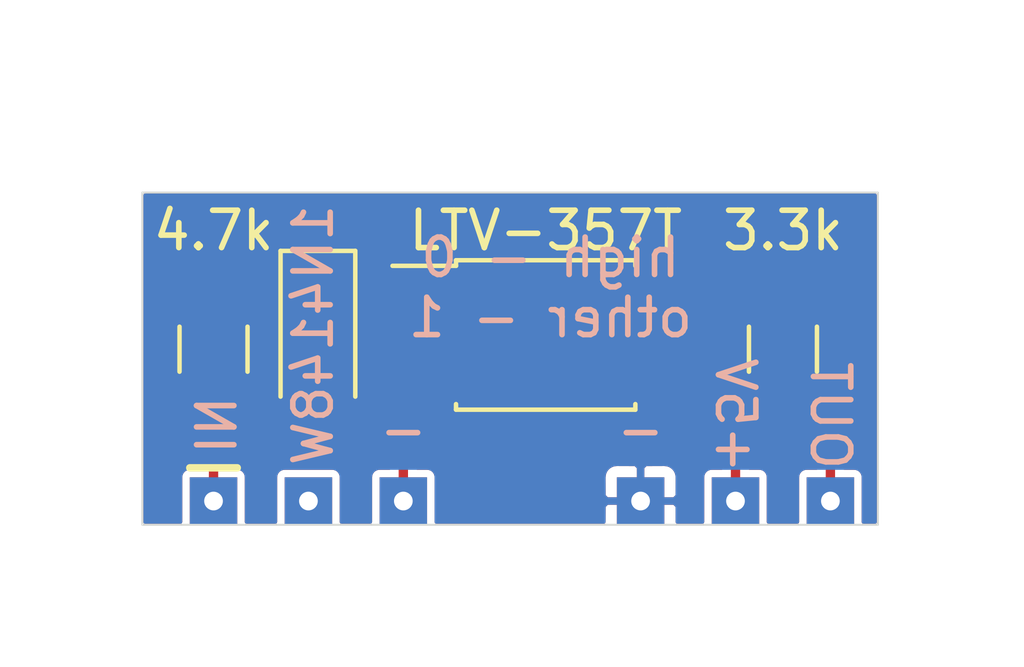
<source format=kicad_pcb>
(kicad_pcb (version 20171130) (host pcbnew 5.1.5+dfsg1-2build2)

  (general
    (thickness 0.8)
    (drawings 12)
    (tracks 22)
    (zones 0)
    (modules 5)
    (nets 8)
  )

  (page A4)
  (layers
    (0 F.Cu signal)
    (31 B.Cu signal)
    (32 B.Adhes user)
    (33 F.Adhes user)
    (34 B.Paste user)
    (35 F.Paste user)
    (36 B.SilkS user)
    (37 F.SilkS user)
    (38 B.Mask user)
    (39 F.Mask user)
    (40 Dwgs.User user)
    (41 Cmts.User user)
    (42 Eco1.User user)
    (43 Eco2.User user)
    (44 Edge.Cuts user)
    (45 Margin user)
    (46 B.CrtYd user)
    (47 F.CrtYd user)
    (48 B.Fab user)
    (49 F.Fab user)
  )

  (setup
    (last_trace_width 0.25)
    (user_trace_width 0.3)
    (trace_clearance 0.2)
    (zone_clearance 0)
    (zone_45_only no)
    (trace_min 0.2)
    (via_size 0.6)
    (via_drill 0.3)
    (via_min_size 0.4)
    (via_min_drill 0.3)
    (user_via 0.6 0.3)
    (uvia_size 0.3)
    (uvia_drill 0.1)
    (uvias_allowed no)
    (uvia_min_size 0.2)
    (uvia_min_drill 0.1)
    (edge_width 0.05)
    (segment_width 0.2)
    (pcb_text_width 0.3)
    (pcb_text_size 1.5 1.5)
    (mod_edge_width 0.12)
    (mod_text_size 1 1)
    (mod_text_width 0.15)
    (pad_size 1.524 1.524)
    (pad_drill 0.762)
    (pad_to_mask_clearance 0.051)
    (solder_mask_min_width 0.25)
    (aux_axis_origin 0 0)
    (visible_elements FFFFFF7F)
    (pcbplotparams
      (layerselection 0x010fc_ffffffff)
      (usegerberextensions false)
      (usegerberattributes false)
      (usegerberadvancedattributes false)
      (creategerberjobfile false)
      (excludeedgelayer true)
      (linewidth 0.100000)
      (plotframeref false)
      (viasonmask false)
      (mode 1)
      (useauxorigin false)
      (hpglpennumber 1)
      (hpglpenspeed 20)
      (hpglpendiameter 15.000000)
      (psnegative false)
      (psa4output false)
      (plotreference true)
      (plotvalue true)
      (plotinvisibletext false)
      (padsonsilk false)
      (subtractmaskfromsilk false)
      (outputformat 1)
      (mirror false)
      (drillshape 0)
      (scaleselection 1)
      (outputdirectory "gerber/"))
  )

  (net 0 "")
  (net 1 OUT)
  (net 2 +5V)
  (net 3 GND)
  (net 4 VINM)
  (net 5 "Net-(J1-Pad2)")
  (net 6 IN)
  (net 7 "Net-(D1-Pad1)")

  (net_class Default "This is the default net class."
    (clearance 0.2)
    (trace_width 0.25)
    (via_dia 0.6)
    (via_drill 0.3)
    (uvia_dia 0.3)
    (uvia_drill 0.1)
    (add_net +5V)
    (add_net GND)
    (add_net IN)
    (add_net "Net-(D1-Pad1)")
    (add_net "Net-(J1-Pad2)")
    (add_net OUT)
    (add_net VINM)
  )

  (module Diode_SMD:D_SOD-123 (layer F.Cu) (tedit 58645DC7) (tstamp 63A8640F)
    (at 131.064 106.68 270)
    (descr SOD-123)
    (tags SOD-123)
    (path /63A8696C)
    (attr smd)
    (fp_text reference D1 (at 0 -2 90) (layer F.SilkS) hide
      (effects (font (size 1 1) (thickness 0.15)))
    )
    (fp_text value 1N4148W (at 0 0.127 90) (layer B.SilkS)
      (effects (font (size 1 1) (thickness 0.15)) (justify mirror))
    )
    (fp_line (start -2.25 -1) (end 1.65 -1) (layer F.SilkS) (width 0.12))
    (fp_line (start -2.25 1) (end 1.65 1) (layer F.SilkS) (width 0.12))
    (fp_line (start -2.35 -1.15) (end -2.35 1.15) (layer F.CrtYd) (width 0.05))
    (fp_line (start 2.35 1.15) (end -2.35 1.15) (layer F.CrtYd) (width 0.05))
    (fp_line (start 2.35 -1.15) (end 2.35 1.15) (layer F.CrtYd) (width 0.05))
    (fp_line (start -2.35 -1.15) (end 2.35 -1.15) (layer F.CrtYd) (width 0.05))
    (fp_line (start -1.4 -0.9) (end 1.4 -0.9) (layer F.Fab) (width 0.1))
    (fp_line (start 1.4 -0.9) (end 1.4 0.9) (layer F.Fab) (width 0.1))
    (fp_line (start 1.4 0.9) (end -1.4 0.9) (layer F.Fab) (width 0.1))
    (fp_line (start -1.4 0.9) (end -1.4 -0.9) (layer F.Fab) (width 0.1))
    (fp_line (start -0.75 0) (end -0.35 0) (layer F.Fab) (width 0.1))
    (fp_line (start -0.35 0) (end -0.35 -0.55) (layer F.Fab) (width 0.1))
    (fp_line (start -0.35 0) (end -0.35 0.55) (layer F.Fab) (width 0.1))
    (fp_line (start -0.35 0) (end 0.25 -0.4) (layer F.Fab) (width 0.1))
    (fp_line (start 0.25 -0.4) (end 0.25 0.4) (layer F.Fab) (width 0.1))
    (fp_line (start 0.25 0.4) (end -0.35 0) (layer F.Fab) (width 0.1))
    (fp_line (start 0.25 0) (end 0.75 0) (layer F.Fab) (width 0.1))
    (fp_line (start -2.25 -1) (end -2.25 1) (layer F.SilkS) (width 0.12))
    (fp_text user %R (at 0 -2 90) (layer F.Fab) hide
      (effects (font (size 1 1) (thickness 0.15)))
    )
    (pad 2 smd rect (at 1.65 0 270) (size 0.9 1.2) (layers F.Cu F.Paste F.Mask)
      (net 4 VINM))
    (pad 1 smd rect (at -1.65 0 270) (size 0.9 1.2) (layers F.Cu F.Paste F.Mask)
      (net 7 "Net-(D1-Pad1)"))
    (model ${KISYS3DMOD}/Diode_SMD.3dshapes/D_SOD-123.wrl
      (at (xyz 0 0 0))
      (scale (xyz 1 1 1))
      (rotate (xyz 0 0 0))
    )
  )

  (module plc88:dio_channel_im (layer F.Cu) (tedit 6397394E) (tstamp 63A85C10)
    (at 135.255 108.585)
    (path /63A85DFF)
    (fp_text reference J1 (at 0 0.5) (layer F.SilkS) hide
      (effects (font (size 1 1) (thickness 0.15)))
    )
    (fp_text value dio_channel_i (at 0 -0.5) (layer F.Fab) hide
      (effects (font (size 1 1) (thickness 0.15)))
    )
    (fp_line (start -7.62 1.651) (end -6.35 1.651) (layer F.SilkS) (width 0.2))
    (fp_line (start -8.255 1.905) (end 10.795 1.905) (layer F.CrtYd) (width 0.12))
    (fp_line (start -8.255 3.175) (end -8.255 1.905) (layer F.CrtYd) (width 0.12))
    (fp_line (start 10.795 3.175) (end -8.255 3.175) (layer F.CrtYd) (width 0.12))
    (fp_line (start 10.795 1.905) (end 10.795 3.175) (layer F.CrtYd) (width 0.12))
    (pad 4 thru_hole rect (at 4.445 2.54) (size 1.27 1.27) (drill 0.5) (layers *.Cu *.Mask)
      (net 3 GND))
    (pad 6 thru_hole rect (at 9.525 2.54) (size 1.27 1.27) (drill 0.5) (layers *.Cu *.Mask)
      (net 1 OUT))
    (pad 5 thru_hole rect (at 6.985 2.54) (size 1.27 1.27) (drill 0.5) (layers *.Cu *.Mask)
      (net 2 +5V))
    (pad 3 thru_hole rect (at -1.905 2.54) (size 1.27 1.27) (drill 0.5) (layers *.Cu *.Mask)
      (net 4 VINM))
    (pad 2 thru_hole rect (at -4.445 2.54) (size 1.27 1.27) (drill 0.5) (layers *.Cu *.Mask)
      (net 5 "Net-(J1-Pad2)"))
    (pad 1 thru_hole rect (at -6.985 2.54) (size 1.27 1.27) (drill 0.5) (layers *.Cu *.Mask)
      (net 6 IN))
  )

  (module Package_SO:SO-4_4.4x3.6mm_P2.54mm (layer F.Cu) (tedit 5B1E4C51) (tstamp 6380CA20)
    (at 137.16 106.68)
    (descr "4-Lead Plastic Small Outline (SO), see https://www.elpro.org/de/index.php?controller=attachment&id_attachment=339")
    (tags "SO SOIC 2.54")
    (path /63806ECC)
    (attr smd)
    (fp_text reference U1 (at 0 -2.7) (layer F.SilkS) hide
      (effects (font (size 1 1) (thickness 0.15)))
    )
    (fp_text value LTV-357T (at 0 -2.794) (layer F.SilkS)
      (effects (font (size 1 1) (thickness 0.15)))
    )
    (fp_line (start 4.4 2.05) (end -4.4 2.05) (layer F.CrtYd) (width 0.05))
    (fp_line (start 4.4 2.05) (end 4.4 -2.05) (layer F.CrtYd) (width 0.05))
    (fp_line (start -4.4 -2.05) (end -4.4 2.05) (layer F.CrtYd) (width 0.05))
    (fp_line (start -4.4 -2.05) (end 4.4 -2.05) (layer F.CrtYd) (width 0.05))
    (fp_line (start -1.4 -1.8) (end 2.2 -1.8) (layer F.Fab) (width 0.12))
    (fp_line (start -2.2 -1) (end -1.4 -1.8) (layer F.Fab) (width 0.12))
    (fp_line (start -2.2 1.8) (end -2.2 -1) (layer F.Fab) (width 0.12))
    (fp_line (start 2.2 1.8) (end -2.2 1.8) (layer F.Fab) (width 0.12))
    (fp_line (start 2.2 -1.8) (end 2.2 1.8) (layer F.Fab) (width 0.12))
    (fp_line (start 2.4 -2) (end 2.4 -1.85) (layer F.SilkS) (width 0.12))
    (fp_line (start -2.4 -2) (end 2.4 -2) (layer F.SilkS) (width 0.12))
    (fp_line (start -2.4 -1.85) (end -2.4 -2) (layer F.SilkS) (width 0.12))
    (fp_line (start -2.4 2) (end -2.4 1.85) (layer F.SilkS) (width 0.12))
    (fp_line (start 2.4 2) (end -2.4 2) (layer F.SilkS) (width 0.12))
    (fp_line (start 2.4 1.85) (end 2.4 2) (layer F.SilkS) (width 0.12))
    (fp_text user %R (at 0 -0.065) (layer F.Fab) hide
      (effects (font (size 1 1) (thickness 0.15)))
    )
    (fp_line (start -2.4 -1.85) (end -4.1 -1.85) (layer F.SilkS) (width 0.12))
    (pad 4 smd rect (at 3.15 -1.27) (size 2 0.64) (layers F.Cu F.Paste F.Mask)
      (net 1 OUT))
    (pad 3 smd rect (at 3.15 1.27) (size 2 0.64) (layers F.Cu F.Paste F.Mask)
      (net 3 GND))
    (pad 2 smd rect (at -3.15 1.27) (size 2 0.64) (layers F.Cu F.Paste F.Mask)
      (net 4 VINM))
    (pad 1 smd rect (at -3.15 -1.27) (size 2 0.64) (layers F.Cu F.Paste F.Mask)
      (net 7 "Net-(D1-Pad1)"))
    (model ${KISYS3DMOD}/Package_SO.3dshapes/SO-4_4.4x3.6mm_P2.54mm.wrl
      (at (xyz 0 0 0))
      (scale (xyz 1 1 1))
      (rotate (xyz 0 0 0))
    )
  )

  (module Resistor_SMD:R_1206_3216Metric (layer F.Cu) (tedit 5B301BBD) (tstamp 6380CA07)
    (at 143.51 107.061 90)
    (descr "Resistor SMD 1206 (3216 Metric), square (rectangular) end terminal, IPC_7351 nominal, (Body size source: http://www.tortai-tech.com/upload/download/2011102023233369053.pdf), generated with kicad-footprint-generator")
    (tags resistor)
    (path /63807CE8)
    (attr smd)
    (fp_text reference R2 (at 0 -1.82 90) (layer F.SilkS) hide
      (effects (font (size 1 1) (thickness 0.15)))
    )
    (fp_text value 3.3k (at 3.175 0) (layer F.SilkS)
      (effects (font (size 1 1) (thickness 0.15)))
    )
    (fp_text user %R (at 0 0 90) (layer F.Fab) hide
      (effects (font (size 0.8 0.8) (thickness 0.12)))
    )
    (fp_line (start 2.28 1.12) (end -2.28 1.12) (layer F.CrtYd) (width 0.05))
    (fp_line (start 2.28 -1.12) (end 2.28 1.12) (layer F.CrtYd) (width 0.05))
    (fp_line (start -2.28 -1.12) (end 2.28 -1.12) (layer F.CrtYd) (width 0.05))
    (fp_line (start -2.28 1.12) (end -2.28 -1.12) (layer F.CrtYd) (width 0.05))
    (fp_line (start -0.602064 0.91) (end 0.602064 0.91) (layer F.SilkS) (width 0.12))
    (fp_line (start -0.602064 -0.91) (end 0.602064 -0.91) (layer F.SilkS) (width 0.12))
    (fp_line (start 1.6 0.8) (end -1.6 0.8) (layer F.Fab) (width 0.1))
    (fp_line (start 1.6 -0.8) (end 1.6 0.8) (layer F.Fab) (width 0.1))
    (fp_line (start -1.6 -0.8) (end 1.6 -0.8) (layer F.Fab) (width 0.1))
    (fp_line (start -1.6 0.8) (end -1.6 -0.8) (layer F.Fab) (width 0.1))
    (pad 2 smd roundrect (at 1.4 0 90) (size 1.25 1.75) (layers F.Cu F.Paste F.Mask) (roundrect_rratio 0.2)
      (net 1 OUT))
    (pad 1 smd roundrect (at -1.4 0 90) (size 1.25 1.75) (layers F.Cu F.Paste F.Mask) (roundrect_rratio 0.2)
      (net 2 +5V))
    (model ${KISYS3DMOD}/Resistor_SMD.3dshapes/R_1206_3216Metric.wrl
      (at (xyz 0 0 0))
      (scale (xyz 1 1 1))
      (rotate (xyz 0 0 0))
    )
  )

  (module Resistor_SMD:R_1206_3216Metric (layer F.Cu) (tedit 5B301BBD) (tstamp 6380C9F6)
    (at 128.27 107.061 270)
    (descr "Resistor SMD 1206 (3216 Metric), square (rectangular) end terminal, IPC_7351 nominal, (Body size source: http://www.tortai-tech.com/upload/download/2011102023233369053.pdf), generated with kicad-footprint-generator")
    (tags resistor)
    (path /6380775F)
    (attr smd)
    (fp_text reference R1 (at 0 -1.82 90) (layer F.SilkS) hide
      (effects (font (size 1 1) (thickness 0.15)))
    )
    (fp_text value 4.7k (at -3.175 0 180) (layer F.SilkS)
      (effects (font (size 1 1) (thickness 0.15)))
    )
    (fp_text user %R (at 0 0 90) (layer F.Fab) hide
      (effects (font (size 0.8 0.8) (thickness 0.12)))
    )
    (fp_line (start 2.28 1.12) (end -2.28 1.12) (layer F.CrtYd) (width 0.05))
    (fp_line (start 2.28 -1.12) (end 2.28 1.12) (layer F.CrtYd) (width 0.05))
    (fp_line (start -2.28 -1.12) (end 2.28 -1.12) (layer F.CrtYd) (width 0.05))
    (fp_line (start -2.28 1.12) (end -2.28 -1.12) (layer F.CrtYd) (width 0.05))
    (fp_line (start -0.602064 0.91) (end 0.602064 0.91) (layer F.SilkS) (width 0.12))
    (fp_line (start -0.602064 -0.91) (end 0.602064 -0.91) (layer F.SilkS) (width 0.12))
    (fp_line (start 1.6 0.8) (end -1.6 0.8) (layer F.Fab) (width 0.1))
    (fp_line (start 1.6 -0.8) (end 1.6 0.8) (layer F.Fab) (width 0.1))
    (fp_line (start -1.6 -0.8) (end 1.6 -0.8) (layer F.Fab) (width 0.1))
    (fp_line (start -1.6 0.8) (end -1.6 -0.8) (layer F.Fab) (width 0.1))
    (pad 2 smd roundrect (at 1.4 0 270) (size 1.25 1.75) (layers F.Cu F.Paste F.Mask) (roundrect_rratio 0.2)
      (net 6 IN))
    (pad 1 smd roundrect (at -1.4 0 270) (size 1.25 1.75) (layers F.Cu F.Paste F.Mask) (roundrect_rratio 0.2)
      (net 7 "Net-(D1-Pad1)"))
    (model ${KISYS3DMOD}/Resistor_SMD.3dshapes/R_1206_3216Metric.wrl
      (at (xyz 0 0 0))
      (scale (xyz 1 1 1))
      (rotate (xyz 0 0 0))
    )
  )

  (gr_line (start 126.365 102.87) (end 146.05 102.87) (layer Edge.Cuts) (width 0.05))
  (gr_text IN (at 128.27 109.093 270) (layer B.SilkS)
    (effects (font (size 1 1) (thickness 0.15)) (justify mirror))
  )
  (gr_text - (at 133.35 109.22) (layer B.SilkS)
    (effects (font (size 1 1) (thickness 0.15)) (justify mirror))
  )
  (gr_text - (at 139.7 109.22) (layer B.SilkS)
    (effects (font (size 1 1) (thickness 0.15)) (justify mirror))
  )
  (gr_text +5V (at 142.24 108.839 270) (layer B.SilkS)
    (effects (font (size 1 1) (thickness 0.15)) (justify mirror))
  )
  (gr_text OUT (at 144.78 108.839 270) (layer B.SilkS)
    (effects (font (size 1 1) (thickness 0.15)) (justify mirror))
  )
  (gr_text "high - 0\nother - 1" (at 137.287 105.41) (layer B.SilkS)
    (effects (font (size 1 1) (thickness 0.15)) (justify mirror))
  )
  (dimension 13.97 (width 0.15) (layer F.Fab)
    (gr_text "13,970 mm" (at 148.62 104.775 90) (layer F.Fab)
      (effects (font (size 1 1) (thickness 0.15)))
    )
    (feature1 (pts (xy 144.78 97.79) (xy 147.906421 97.79)))
    (feature2 (pts (xy 144.78 111.76) (xy 147.906421 111.76)))
    (crossbar (pts (xy 147.32 111.76) (xy 147.32 97.79)))
    (arrow1a (pts (xy 147.32 97.79) (xy 147.906421 98.916504)))
    (arrow1b (pts (xy 147.32 97.79) (xy 146.733579 98.916504)))
    (arrow2a (pts (xy 147.32 111.76) (xy 147.906421 110.633496)))
    (arrow2b (pts (xy 147.32 111.76) (xy 146.733579 110.633496)))
  )
  (dimension 19.685 (width 0.15) (layer F.Fab)
    (gr_text "19,685 mm" (at 136.2075 116.235) (layer F.Fab)
      (effects (font (size 1 1) (thickness 0.15)))
    )
    (feature1 (pts (xy 146.05 112.395) (xy 146.05 115.521421)))
    (feature2 (pts (xy 126.365 112.395) (xy 126.365 115.521421)))
    (crossbar (pts (xy 126.365 114.935) (xy 146.05 114.935)))
    (arrow1a (pts (xy 146.05 114.935) (xy 144.923496 115.521421)))
    (arrow1b (pts (xy 146.05 114.935) (xy 144.923496 114.348579)))
    (arrow2a (pts (xy 126.365 114.935) (xy 127.491504 115.521421)))
    (arrow2b (pts (xy 126.365 114.935) (xy 127.491504 114.348579)))
  )
  (gr_line (start 146.05 102.87) (end 146.05 111.76) (layer Edge.Cuts) (width 0.05) (tstamp 6380CD58))
  (gr_line (start 126.365 111.76) (end 126.365 102.87) (layer Edge.Cuts) (width 0.05))
  (gr_line (start 146.05 111.76) (end 126.365 111.76) (layer Edge.Cuts) (width 0.05))

  (segment (start 144.78 111.125) (end 144.78 109.982) (width 0.25) (layer F.Cu) (net 1))
  (segment (start 144.78 109.982) (end 145.288 109.22) (width 0.25) (layer F.Cu) (net 1))
  (segment (start 145.288 109.22) (end 145.288 105.664) (width 0.25) (layer F.Cu) (net 1))
  (segment (start 145.288 105.664) (end 143.51 105.661) (width 0.25) (layer F.Cu) (net 1))
  (segment (start 140.31 105.41) (end 141.605 105.41) (width 0.25) (layer F.Cu) (net 1))
  (segment (start 141.605 105.41) (end 142.367 105.664) (width 0.25) (layer F.Cu) (net 1))
  (segment (start 142.367 105.664) (end 143.51 105.661) (width 0.25) (layer F.Cu) (net 1))
  (segment (start 142.24 111.125) (end 142.24 109.855) (width 0.25) (layer F.Cu) (net 2))
  (segment (start 142.24 109.855) (end 143.51 109.22) (width 0.25) (layer F.Cu) (net 2))
  (segment (start 143.51 109.22) (end 143.51 108.461) (width 0.25) (layer F.Cu) (net 2))
  (segment (start 133.35 111.125) (end 133.35 109.474) (width 0.25) (layer F.Cu) (net 4))
  (segment (start 133.35 109.474) (end 133.858 108.839) (width 0.25) (layer F.Cu) (net 4))
  (segment (start 133.858 108.839) (end 134.01 107.95) (width 0.25) (layer F.Cu) (net 4))
  (segment (start 131.064 108.33) (end 131.826 108.331) (width 0.25) (layer F.Cu) (net 4))
  (segment (start 131.826 108.331) (end 133.35 109.474) (width 0.25) (layer F.Cu) (net 4))
  (segment (start 128.27 108.461) (end 128.27 111.125) (width 0.25) (layer F.Cu) (net 6))
  (segment (start 128.27 105.661) (end 129.413 105.664) (width 0.25) (layer F.Cu) (net 7))
  (segment (start 129.413 105.664) (end 130.302 106.299) (width 0.25) (layer F.Cu) (net 7))
  (segment (start 133.985 106.299) (end 134.01 105.41) (width 0.25) (layer F.Cu) (net 7))
  (segment (start 131.064 106.299) (end 131.064 105.03) (width 0.25) (layer F.Cu) (net 7))
  (segment (start 130.302 106.299) (end 131.064 106.299) (width 0.25) (layer F.Cu) (net 7))
  (segment (start 131.064 106.299) (end 133.985 106.299) (width 0.25) (layer F.Cu) (net 7))

  (zone (net 3) (net_name GND) (layer F.Cu) (tstamp 6398BC8A) (hatch edge 0.508)
    (connect_pads (clearance 0))
    (min_thickness 0.1)
    (fill yes (arc_segments 32) (thermal_gap 0.3) (thermal_bridge_width 0.2))
    (polygon
      (pts
        (xy 148.971 114.681) (xy 123.571 114.173) (xy 124.46 101.6) (xy 148.59 100.965)
      )
    )
    (filled_polygon
      (pts
        (xy 145.975001 111.685) (xy 145.666209 111.685) (xy 145.666209 110.49) (xy 145.661382 110.440992) (xy 145.647087 110.393866)
        (xy 145.623873 110.350436) (xy 145.592632 110.312368) (xy 145.554564 110.281127) (xy 145.511134 110.257913) (xy 145.464008 110.243618)
        (xy 145.415 110.238791) (xy 145.155 110.238791) (xy 145.155 110.09554) (xy 145.589692 109.443503) (xy 145.601309 109.429347)
        (xy 145.610126 109.412851) (xy 145.610235 109.412688) (xy 145.618788 109.396646) (xy 145.636131 109.3642) (xy 145.636188 109.364011)
        (xy 145.636281 109.363837) (xy 145.646806 109.32901) (xy 145.657574 109.293513) (xy 145.657594 109.293313) (xy 145.65765 109.293127)
        (xy 145.661147 109.257234) (xy 145.663 109.238419) (xy 145.663 109.238215) (xy 145.664813 109.219606) (xy 145.663 109.201393)
        (xy 145.663 105.682731) (xy 145.664813 105.664635) (xy 145.663 105.645903) (xy 145.663 105.645581) (xy 145.661198 105.627282)
        (xy 145.657697 105.591111) (xy 145.657606 105.590808) (xy 145.657574 105.590487) (xy 145.6469 105.555301) (xy 145.636374 105.520388)
        (xy 145.636224 105.520106) (xy 145.636131 105.5198) (xy 145.618889 105.487543) (xy 145.601662 105.455182) (xy 145.601459 105.454934)
        (xy 145.601309 105.454653) (xy 145.578071 105.426337) (xy 145.554897 105.398002) (xy 145.554651 105.3978) (xy 145.554448 105.397552)
        (xy 145.525995 105.374201) (xy 145.497875 105.351045) (xy 145.497596 105.350895) (xy 145.497347 105.350691) (xy 145.464867 105.33333)
        (xy 145.432787 105.316113) (xy 145.432483 105.31602) (xy 145.4322 105.315869) (xy 145.396933 105.305171) (xy 145.362136 105.294551)
        (xy 145.361821 105.294519) (xy 145.361513 105.294426) (xy 145.32484 105.290814) (xy 145.307052 105.289032) (xy 145.306738 105.289031)
        (xy 145.288 105.287186) (xy 145.269893 105.288969) (xy 144.636209 105.2879) (xy 144.636209 105.286) (xy 144.626578 105.188219)
        (xy 144.598057 105.094196) (xy 144.55174 105.007543) (xy 144.489408 104.931592) (xy 144.413457 104.86926) (xy 144.326804 104.822943)
        (xy 144.232781 104.794422) (xy 144.135 104.784791) (xy 142.885 104.784791) (xy 142.787219 104.794422) (xy 142.693196 104.822943)
        (xy 142.606543 104.86926) (xy 142.530592 104.931592) (xy 142.46826 105.007543) (xy 142.421943 105.094196) (xy 142.393422 105.188219)
        (xy 142.384906 105.274685) (xy 141.753743 105.064297) (xy 141.7492 105.061869) (xy 141.718715 105.052621) (xy 141.706111 105.04842)
        (xy 141.701136 105.047289) (xy 141.678513 105.040426) (xy 141.665182 105.039113) (xy 141.652129 105.036145) (xy 141.628515 105.035502)
        (xy 141.623419 105.035) (xy 141.610087 105.035) (xy 141.578289 105.034134) (xy 141.573218 105.035) (xy 141.554564 105.035)
        (xy 141.542087 104.993866) (xy 141.518873 104.950436) (xy 141.487632 104.912368) (xy 141.449564 104.881127) (xy 141.406134 104.857913)
        (xy 141.359008 104.843618) (xy 141.31 104.838791) (xy 139.31 104.838791) (xy 139.260992 104.843618) (xy 139.213866 104.857913)
        (xy 139.170436 104.881127) (xy 139.132368 104.912368) (xy 139.101127 104.950436) (xy 139.077913 104.993866) (xy 139.063618 105.040992)
        (xy 139.058791 105.09) (xy 139.058791 105.73) (xy 139.063618 105.779008) (xy 139.077913 105.826134) (xy 139.101127 105.869564)
        (xy 139.132368 105.907632) (xy 139.170436 105.938873) (xy 139.213866 105.962087) (xy 139.260992 105.976382) (xy 139.31 105.981209)
        (xy 141.31 105.981209) (xy 141.359008 105.976382) (xy 141.406134 105.962087) (xy 141.449564 105.938873) (xy 141.487632 105.907632)
        (xy 141.518873 105.869564) (xy 141.542087 105.826134) (xy 141.553608 105.788153) (xy 142.218732 106.009861) (xy 142.223715 106.012508)
        (xy 142.253719 106.021524) (xy 142.265888 106.02558) (xy 142.271357 106.026824) (xy 142.294458 106.033765) (xy 142.307295 106.034995)
        (xy 142.319871 106.037855) (xy 142.34398 106.038512) (xy 142.349566 106.039047) (xy 142.362402 106.039013) (xy 142.384146 106.039606)
        (xy 142.393422 106.133781) (xy 142.421943 106.227804) (xy 142.46826 106.314457) (xy 142.530592 106.390408) (xy 142.606543 106.45274)
        (xy 142.693196 106.499057) (xy 142.787219 106.527578) (xy 142.885 106.537209) (xy 144.135 106.537209) (xy 144.232781 106.527578)
        (xy 144.326804 106.499057) (xy 144.413457 106.45274) (xy 144.489408 106.390408) (xy 144.55174 106.314457) (xy 144.598057 106.227804)
        (xy 144.626578 106.133781) (xy 144.636022 106.0379) (xy 144.913001 106.038367) (xy 144.913 109.106459) (xy 144.478307 109.7585)
        (xy 144.466692 109.772653) (xy 144.457876 109.789147) (xy 144.457765 109.789313) (xy 144.449027 109.805701) (xy 144.43187 109.8378)
        (xy 144.431813 109.837987) (xy 144.431719 109.838164) (xy 144.42101 109.873599) (xy 144.410427 109.908487) (xy 144.410408 109.908683)
        (xy 144.41035 109.908874) (xy 144.406766 109.945665) (xy 144.405001 109.963581) (xy 144.405001 109.963775) (xy 144.403187 109.982394)
        (xy 144.405001 110.000617) (xy 144.405001 110.238791) (xy 144.145 110.238791) (xy 144.095992 110.243618) (xy 144.048866 110.257913)
        (xy 144.005436 110.281127) (xy 143.967368 110.312368) (xy 143.936127 110.350436) (xy 143.912913 110.393866) (xy 143.898618 110.440992)
        (xy 143.893791 110.49) (xy 143.893791 111.685) (xy 143.126209 111.685) (xy 143.126209 110.49) (xy 143.121382 110.440992)
        (xy 143.107087 110.393866) (xy 143.083873 110.350436) (xy 143.052632 110.312368) (xy 143.014564 110.281127) (xy 142.971134 110.257913)
        (xy 142.924008 110.243618) (xy 142.875 110.238791) (xy 142.615 110.238791) (xy 142.615 110.086762) (xy 143.649281 109.569623)
        (xy 143.654199 109.568131) (xy 143.682217 109.553155) (xy 143.694179 109.547174) (xy 143.698526 109.544437) (xy 143.719346 109.533309)
        (xy 143.729689 109.524821) (xy 143.74103 109.517682) (xy 143.758191 109.501431) (xy 143.776448 109.486448) (xy 143.784943 109.476097)
        (xy 143.794665 109.46689) (xy 143.80832 109.447612) (xy 143.823309 109.429347) (xy 143.829622 109.417536) (xy 143.837361 109.40661)
        (xy 143.846993 109.385038) (xy 143.858131 109.3642) (xy 143.862018 109.351386) (xy 143.867477 109.33916) (xy 143.867921 109.337209)
        (xy 144.135 109.337209) (xy 144.232781 109.327578) (xy 144.326804 109.299057) (xy 144.413457 109.25274) (xy 144.489408 109.190408)
        (xy 144.55174 109.114457) (xy 144.598057 109.027804) (xy 144.626578 108.933781) (xy 144.636209 108.836) (xy 144.636209 108.086)
        (xy 144.626578 107.988219) (xy 144.598057 107.894196) (xy 144.55174 107.807543) (xy 144.489408 107.731592) (xy 144.413457 107.66926)
        (xy 144.326804 107.622943) (xy 144.232781 107.594422) (xy 144.135 107.584791) (xy 142.885 107.584791) (xy 142.787219 107.594422)
        (xy 142.693196 107.622943) (xy 142.606543 107.66926) (xy 142.530592 107.731592) (xy 142.46826 107.807543) (xy 142.421943 107.894196)
        (xy 142.393422 107.988219) (xy 142.383791 108.086) (xy 142.383791 108.836) (xy 142.393422 108.933781) (xy 142.421943 109.027804)
        (xy 142.46826 109.114457) (xy 142.530592 109.190408) (xy 142.606336 109.25257) (xy 142.100728 109.505374) (xy 142.095801 109.506869)
        (xy 142.067726 109.521876) (xy 142.055821 109.527828) (xy 142.051494 109.530552) (xy 142.030654 109.541691) (xy 142.020305 109.550184)
        (xy 142.00897 109.557319) (xy 141.991813 109.573567) (xy 141.973553 109.588552) (xy 141.965058 109.598904) (xy 141.955335 109.608111)
        (xy 141.941679 109.627391) (xy 141.926692 109.645653) (xy 141.92038 109.657462) (xy 141.912639 109.668391) (xy 141.903005 109.689968)
        (xy 141.89187 109.7108) (xy 141.887984 109.72361) (xy 141.882523 109.735841) (xy 141.877284 109.758881) (xy 141.870427 109.781487)
        (xy 141.869114 109.794816) (xy 141.866146 109.807871) (xy 141.865502 109.831489) (xy 141.865001 109.836581) (xy 141.865001 109.849893)
        (xy 141.864134 109.881712) (xy 141.865001 109.886789) (xy 141.865001 110.238791) (xy 141.605 110.238791) (xy 141.555992 110.243618)
        (xy 141.508866 110.257913) (xy 141.465436 110.281127) (xy 141.427368 110.312368) (xy 141.396127 110.350436) (xy 141.372913 110.393866)
        (xy 141.358618 110.440992) (xy 141.353791 110.49) (xy 141.353791 111.685) (xy 140.686439 111.685) (xy 140.685 111.2625)
        (xy 140.5975 111.175) (xy 139.75 111.175) (xy 139.75 111.685) (xy 139.65 111.685) (xy 139.65 111.175)
        (xy 138.8025 111.175) (xy 138.715 111.2625) (xy 138.713561 111.685) (xy 134.236209 111.685) (xy 134.236209 110.49)
        (xy 138.713306 110.49) (xy 138.715 110.9875) (xy 138.8025 111.075) (xy 139.65 111.075) (xy 139.65 110.2275)
        (xy 139.75 110.2275) (xy 139.75 111.075) (xy 140.5975 111.075) (xy 140.685 110.9875) (xy 140.686694 110.49)
        (xy 140.679936 110.421388) (xy 140.659923 110.355413) (xy 140.627423 110.294609) (xy 140.583685 110.241315) (xy 140.530391 110.197577)
        (xy 140.469587 110.165077) (xy 140.403612 110.145064) (xy 140.335 110.138306) (xy 139.8375 110.14) (xy 139.75 110.2275)
        (xy 139.65 110.2275) (xy 139.5625 110.14) (xy 139.065 110.138306) (xy 138.996388 110.145064) (xy 138.930413 110.165077)
        (xy 138.869609 110.197577) (xy 138.816315 110.241315) (xy 138.772577 110.294609) (xy 138.740077 110.355413) (xy 138.720064 110.421388)
        (xy 138.713306 110.49) (xy 134.236209 110.49) (xy 134.231382 110.440992) (xy 134.217087 110.393866) (xy 134.193873 110.350436)
        (xy 134.162632 110.312368) (xy 134.124564 110.281127) (xy 134.081134 110.257913) (xy 134.034008 110.243618) (xy 133.985 110.238791)
        (xy 133.725 110.238791) (xy 133.725 109.605542) (xy 134.129474 109.09995) (xy 134.131545 109.098155) (xy 134.15246 109.071218)
        (xy 134.162332 109.058878) (xy 134.16383 109.056574) (xy 134.176848 109.039808) (xy 134.183903 109.025706) (xy 134.192512 109.012467)
        (xy 134.200398 108.992736) (xy 134.209898 108.973746) (xy 134.214069 108.958528) (xy 134.219925 108.943875) (xy 134.223809 108.922988)
        (xy 134.224531 108.920355) (xy 134.227177 108.904877) (xy 134.233431 108.87125) (xy 134.233397 108.868503) (xy 134.292777 108.521209)
        (xy 135.01 108.521209) (xy 135.059008 108.516382) (xy 135.106134 108.502087) (xy 135.149564 108.478873) (xy 135.187632 108.447632)
        (xy 135.218873 108.409564) (xy 135.242087 108.366134) (xy 135.256382 108.319008) (xy 135.261209 108.27) (xy 138.958306 108.27)
        (xy 138.965064 108.338612) (xy 138.985077 108.404587) (xy 139.017577 108.465391) (xy 139.061315 108.518685) (xy 139.114609 108.562423)
        (xy 139.175413 108.594923) (xy 139.241388 108.614936) (xy 139.31 108.621694) (xy 140.1725 108.62) (xy 140.26 108.5325)
        (xy 140.26 108) (xy 140.36 108) (xy 140.36 108.5325) (xy 140.4475 108.62) (xy 141.31 108.621694)
        (xy 141.378612 108.614936) (xy 141.444587 108.594923) (xy 141.505391 108.562423) (xy 141.558685 108.518685) (xy 141.602423 108.465391)
        (xy 141.634923 108.404587) (xy 141.654936 108.338612) (xy 141.661694 108.27) (xy 141.66 108.0875) (xy 141.5725 108)
        (xy 140.36 108) (xy 140.26 108) (xy 139.0475 108) (xy 138.96 108.0875) (xy 138.958306 108.27)
        (xy 135.261209 108.27) (xy 135.261209 107.63) (xy 138.958306 107.63) (xy 138.96 107.8125) (xy 139.0475 107.9)
        (xy 140.26 107.9) (xy 140.26 107.3675) (xy 140.36 107.3675) (xy 140.36 107.9) (xy 141.5725 107.9)
        (xy 141.66 107.8125) (xy 141.661694 107.63) (xy 141.654936 107.561388) (xy 141.634923 107.495413) (xy 141.602423 107.434609)
        (xy 141.558685 107.381315) (xy 141.505391 107.337577) (xy 141.444587 107.305077) (xy 141.378612 107.285064) (xy 141.31 107.278306)
        (xy 140.4475 107.28) (xy 140.36 107.3675) (xy 140.26 107.3675) (xy 140.1725 107.28) (xy 139.31 107.278306)
        (xy 139.241388 107.285064) (xy 139.175413 107.305077) (xy 139.114609 107.337577) (xy 139.061315 107.381315) (xy 139.017577 107.434609)
        (xy 138.985077 107.495413) (xy 138.965064 107.561388) (xy 138.958306 107.63) (xy 135.261209 107.63) (xy 135.256382 107.580992)
        (xy 135.242087 107.533866) (xy 135.218873 107.490436) (xy 135.187632 107.452368) (xy 135.149564 107.421127) (xy 135.106134 107.397913)
        (xy 135.059008 107.383618) (xy 135.01 107.378791) (xy 133.01 107.378791) (xy 132.960992 107.383618) (xy 132.913866 107.397913)
        (xy 132.870436 107.421127) (xy 132.832368 107.452368) (xy 132.801127 107.490436) (xy 132.777913 107.533866) (xy 132.763618 107.580992)
        (xy 132.758791 107.63) (xy 132.758791 108.27) (xy 132.763618 108.319008) (xy 132.777913 108.366134) (xy 132.801127 108.409564)
        (xy 132.832368 108.447632) (xy 132.870436 108.478873) (xy 132.913866 108.502087) (xy 132.960992 108.516382) (xy 133.01 108.521209)
        (xy 133.531894 108.521209) (xy 133.504684 108.680352) (xy 133.284229 108.955922) (xy 132.057753 108.036065) (xy 132.035758 108.017967)
        (xy 132.012001 108.005228) (xy 131.988934 107.991233) (xy 131.979498 107.9878) (xy 131.970657 107.983059) (xy 131.944855 107.975195)
        (xy 131.919518 107.965976) (xy 131.915209 107.965313) (xy 131.915209 107.88) (xy 131.910382 107.830992) (xy 131.896087 107.783866)
        (xy 131.872873 107.740436) (xy 131.841632 107.702368) (xy 131.803564 107.671127) (xy 131.760134 107.647913) (xy 131.713008 107.633618)
        (xy 131.664 107.628791) (xy 130.464 107.628791) (xy 130.414992 107.633618) (xy 130.367866 107.647913) (xy 130.324436 107.671127)
        (xy 130.286368 107.702368) (xy 130.255127 107.740436) (xy 130.231913 107.783866) (xy 130.217618 107.830992) (xy 130.212791 107.88)
        (xy 130.212791 108.78) (xy 130.217618 108.829008) (xy 130.231913 108.876134) (xy 130.255127 108.919564) (xy 130.286368 108.957632)
        (xy 130.324436 108.988873) (xy 130.367866 109.012087) (xy 130.414992 109.026382) (xy 130.464 109.031209) (xy 131.664 109.031209)
        (xy 131.713008 109.026382) (xy 131.760134 109.012087) (xy 131.803564 108.988873) (xy 131.841632 108.957632) (xy 131.872873 108.919564)
        (xy 131.896087 108.876134) (xy 131.901973 108.856729) (xy 132.975001 109.6615) (xy 132.975001 110.238791) (xy 132.715 110.238791)
        (xy 132.665992 110.243618) (xy 132.618866 110.257913) (xy 132.575436 110.281127) (xy 132.537368 110.312368) (xy 132.506127 110.350436)
        (xy 132.482913 110.393866) (xy 132.468618 110.440992) (xy 132.463791 110.49) (xy 132.463791 111.685) (xy 131.696209 111.685)
        (xy 131.696209 110.49) (xy 131.691382 110.440992) (xy 131.677087 110.393866) (xy 131.653873 110.350436) (xy 131.622632 110.312368)
        (xy 131.584564 110.281127) (xy 131.541134 110.257913) (xy 131.494008 110.243618) (xy 131.445 110.238791) (xy 130.175 110.238791)
        (xy 130.125992 110.243618) (xy 130.078866 110.257913) (xy 130.035436 110.281127) (xy 129.997368 110.312368) (xy 129.966127 110.350436)
        (xy 129.942913 110.393866) (xy 129.928618 110.440992) (xy 129.923791 110.49) (xy 129.923791 111.685) (xy 129.156209 111.685)
        (xy 129.156209 110.49) (xy 129.151382 110.440992) (xy 129.137087 110.393866) (xy 129.113873 110.350436) (xy 129.082632 110.312368)
        (xy 129.044564 110.281127) (xy 129.001134 110.257913) (xy 128.954008 110.243618) (xy 128.905 110.238791) (xy 128.645 110.238791)
        (xy 128.645 109.337209) (xy 128.895 109.337209) (xy 128.992781 109.327578) (xy 129.086804 109.299057) (xy 129.173457 109.25274)
        (xy 129.249408 109.190408) (xy 129.31174 109.114457) (xy 129.358057 109.027804) (xy 129.386578 108.933781) (xy 129.396209 108.836)
        (xy 129.396209 108.086) (xy 129.386578 107.988219) (xy 129.358057 107.894196) (xy 129.31174 107.807543) (xy 129.249408 107.731592)
        (xy 129.173457 107.66926) (xy 129.086804 107.622943) (xy 128.992781 107.594422) (xy 128.895 107.584791) (xy 127.645 107.584791)
        (xy 127.547219 107.594422) (xy 127.453196 107.622943) (xy 127.366543 107.66926) (xy 127.290592 107.731592) (xy 127.22826 107.807543)
        (xy 127.181943 107.894196) (xy 127.153422 107.988219) (xy 127.143791 108.086) (xy 127.143791 108.836) (xy 127.153422 108.933781)
        (xy 127.181943 109.027804) (xy 127.22826 109.114457) (xy 127.290592 109.190408) (xy 127.366543 109.25274) (xy 127.453196 109.299057)
        (xy 127.547219 109.327578) (xy 127.645 109.337209) (xy 127.895 109.337209) (xy 127.895001 110.238791) (xy 127.635 110.238791)
        (xy 127.585992 110.243618) (xy 127.538866 110.257913) (xy 127.495436 110.281127) (xy 127.457368 110.312368) (xy 127.426127 110.350436)
        (xy 127.402913 110.393866) (xy 127.388618 110.440992) (xy 127.383791 110.49) (xy 127.383791 111.685) (xy 126.44 111.685)
        (xy 126.44 105.286) (xy 127.143791 105.286) (xy 127.143791 106.036) (xy 127.153422 106.133781) (xy 127.181943 106.227804)
        (xy 127.22826 106.314457) (xy 127.290592 106.390408) (xy 127.366543 106.45274) (xy 127.453196 106.499057) (xy 127.547219 106.527578)
        (xy 127.645 106.537209) (xy 128.895 106.537209) (xy 128.992781 106.527578) (xy 129.086804 106.499057) (xy 129.173457 106.45274)
        (xy 129.249408 106.390408) (xy 129.31174 106.314457) (xy 129.358057 106.227804) (xy 129.386578 106.133781) (xy 129.389138 106.107794)
        (xy 130.073815 106.59685) (xy 130.092653 106.612309) (xy 130.120063 106.62696) (xy 130.147009 106.642463) (xy 130.152599 106.644351)
        (xy 130.1578 106.647131) (xy 130.187551 106.656156) (xy 130.216993 106.6661) (xy 130.222838 106.66686) (xy 130.228487 106.668574)
        (xy 130.259444 106.671623) (xy 130.290245 106.67563) (xy 130.314549 106.674) (xy 131.045581 106.674) (xy 131.064 106.675814)
        (xy 131.082419 106.674) (xy 133.961294 106.674) (xy 133.974408 106.675665) (xy 133.998134 106.674) (xy 134.003419 106.674)
        (xy 134.016518 106.67271) (xy 134.048095 106.670494) (xy 134.05322 106.669095) (xy 134.058513 106.668574) (xy 134.088842 106.659374)
        (xy 134.119356 106.651046) (xy 134.124106 106.648676) (xy 134.1292 106.647131) (xy 134.157142 106.632195) (xy 134.185457 106.61807)
        (xy 134.189659 106.614815) (xy 134.194347 106.612309) (xy 134.218836 106.592211) (xy 134.243852 106.572832) (xy 134.247335 106.568824)
        (xy 134.251448 106.565448) (xy 134.271553 106.540949) (xy 134.2923 106.517071) (xy 134.294935 106.512459) (xy 134.298309 106.508347)
        (xy 134.313247 106.480401) (xy 134.328939 106.452929) (xy 134.330623 106.447892) (xy 134.333131 106.4432) (xy 134.34233 106.412876)
        (xy 134.352361 106.382872) (xy 134.35303 106.377603) (xy 134.354574 106.372513) (xy 134.357678 106.340995) (xy 134.359334 106.327953)
        (xy 134.359482 106.322674) (xy 134.361814 106.299) (xy 134.360518 106.285843) (xy 134.369085 105.981209) (xy 135.01 105.981209)
        (xy 135.059008 105.976382) (xy 135.106134 105.962087) (xy 135.149564 105.938873) (xy 135.187632 105.907632) (xy 135.218873 105.869564)
        (xy 135.242087 105.826134) (xy 135.256382 105.779008) (xy 135.261209 105.73) (xy 135.261209 105.09) (xy 135.256382 105.040992)
        (xy 135.242087 104.993866) (xy 135.218873 104.950436) (xy 135.187632 104.912368) (xy 135.149564 104.881127) (xy 135.106134 104.857913)
        (xy 135.059008 104.843618) (xy 135.01 104.838791) (xy 133.01 104.838791) (xy 132.960992 104.843618) (xy 132.913866 104.857913)
        (xy 132.870436 104.881127) (xy 132.832368 104.912368) (xy 132.801127 104.950436) (xy 132.777913 104.993866) (xy 132.763618 105.040992)
        (xy 132.758791 105.09) (xy 132.758791 105.73) (xy 132.763618 105.779008) (xy 132.777913 105.826134) (xy 132.801127 105.869564)
        (xy 132.832368 105.907632) (xy 132.852313 105.924) (xy 131.439 105.924) (xy 131.439 105.731209) (xy 131.664 105.731209)
        (xy 131.713008 105.726382) (xy 131.760134 105.712087) (xy 131.803564 105.688873) (xy 131.841632 105.657632) (xy 131.872873 105.619564)
        (xy 131.896087 105.576134) (xy 131.910382 105.529008) (xy 131.915209 105.48) (xy 131.915209 104.58) (xy 131.910382 104.530992)
        (xy 131.896087 104.483866) (xy 131.872873 104.440436) (xy 131.841632 104.402368) (xy 131.803564 104.371127) (xy 131.760134 104.347913)
        (xy 131.713008 104.333618) (xy 131.664 104.328791) (xy 130.464 104.328791) (xy 130.414992 104.333618) (xy 130.367866 104.347913)
        (xy 130.324436 104.371127) (xy 130.286368 104.402368) (xy 130.255127 104.440436) (xy 130.231913 104.483866) (xy 130.217618 104.530992)
        (xy 130.212791 104.58) (xy 130.212791 105.48) (xy 130.217618 105.529008) (xy 130.231913 105.576134) (xy 130.255127 105.619564)
        (xy 130.286368 105.657632) (xy 130.324436 105.688873) (xy 130.367866 105.712087) (xy 130.414992 105.726382) (xy 130.464 105.731209)
        (xy 130.689 105.731209) (xy 130.689 105.924) (xy 130.422175 105.924) (xy 129.641583 105.366435) (xy 129.623168 105.351242)
        (xy 129.595366 105.336287) (xy 129.56799 105.320537) (xy 129.56287 105.318808) (xy 129.558113 105.316249) (xy 129.527925 105.307005)
        (xy 129.498006 105.2969) (xy 129.492648 105.296203) (xy 129.487482 105.294621) (xy 129.456058 105.291443) (xy 129.424754 105.28737)
        (xy 129.400936 105.288967) (xy 129.396209 105.288955) (xy 129.396209 105.286) (xy 129.386578 105.188219) (xy 129.358057 105.094196)
        (xy 129.31174 105.007543) (xy 129.249408 104.931592) (xy 129.173457 104.86926) (xy 129.086804 104.822943) (xy 128.992781 104.794422)
        (xy 128.895 104.784791) (xy 127.645 104.784791) (xy 127.547219 104.794422) (xy 127.453196 104.822943) (xy 127.366543 104.86926)
        (xy 127.290592 104.931592) (xy 127.22826 105.007543) (xy 127.181943 105.094196) (xy 127.153422 105.188219) (xy 127.143791 105.286)
        (xy 126.44 105.286) (xy 126.44 102.945) (xy 145.975 102.945)
      )
    )
  )
  (zone (net 3) (net_name GND) (layer B.Cu) (tstamp 6398BC87) (hatch edge 0.508)
    (connect_pads (clearance 0))
    (min_thickness 0.1)
    (fill yes (arc_segments 32) (thermal_gap 0.3) (thermal_bridge_width 0.2))
    (polygon
      (pts
        (xy 147.447 114.046) (xy 122.555 113.538) (xy 124.079 102.362) (xy 147.701 102.235)
      )
    )
    (filled_polygon
      (pts
        (xy 145.975001 111.685) (xy 145.666209 111.685) (xy 145.666209 110.49) (xy 145.661382 110.440992) (xy 145.647087 110.393866)
        (xy 145.623873 110.350436) (xy 145.592632 110.312368) (xy 145.554564 110.281127) (xy 145.511134 110.257913) (xy 145.464008 110.243618)
        (xy 145.415 110.238791) (xy 144.145 110.238791) (xy 144.095992 110.243618) (xy 144.048866 110.257913) (xy 144.005436 110.281127)
        (xy 143.967368 110.312368) (xy 143.936127 110.350436) (xy 143.912913 110.393866) (xy 143.898618 110.440992) (xy 143.893791 110.49)
        (xy 143.893791 111.685) (xy 143.126209 111.685) (xy 143.126209 110.49) (xy 143.121382 110.440992) (xy 143.107087 110.393866)
        (xy 143.083873 110.350436) (xy 143.052632 110.312368) (xy 143.014564 110.281127) (xy 142.971134 110.257913) (xy 142.924008 110.243618)
        (xy 142.875 110.238791) (xy 141.605 110.238791) (xy 141.555992 110.243618) (xy 141.508866 110.257913) (xy 141.465436 110.281127)
        (xy 141.427368 110.312368) (xy 141.396127 110.350436) (xy 141.372913 110.393866) (xy 141.358618 110.440992) (xy 141.353791 110.49)
        (xy 141.353791 111.685) (xy 140.686439 111.685) (xy 140.685 111.2625) (xy 140.5975 111.175) (xy 139.75 111.175)
        (xy 139.75 111.685) (xy 139.65 111.685) (xy 139.65 111.175) (xy 138.8025 111.175) (xy 138.715 111.2625)
        (xy 138.713561 111.685) (xy 134.236209 111.685) (xy 134.236209 110.49) (xy 138.713306 110.49) (xy 138.715 110.9875)
        (xy 138.8025 111.075) (xy 139.65 111.075) (xy 139.65 110.2275) (xy 139.75 110.2275) (xy 139.75 111.075)
        (xy 140.5975 111.075) (xy 140.685 110.9875) (xy 140.686694 110.49) (xy 140.679936 110.421388) (xy 140.659923 110.355413)
        (xy 140.627423 110.294609) (xy 140.583685 110.241315) (xy 140.530391 110.197577) (xy 140.469587 110.165077) (xy 140.403612 110.145064)
        (xy 140.335 110.138306) (xy 139.8375 110.14) (xy 139.75 110.2275) (xy 139.65 110.2275) (xy 139.5625 110.14)
        (xy 139.065 110.138306) (xy 138.996388 110.145064) (xy 138.930413 110.165077) (xy 138.869609 110.197577) (xy 138.816315 110.241315)
        (xy 138.772577 110.294609) (xy 138.740077 110.355413) (xy 138.720064 110.421388) (xy 138.713306 110.49) (xy 134.236209 110.49)
        (xy 134.231382 110.440992) (xy 134.217087 110.393866) (xy 134.193873 110.350436) (xy 134.162632 110.312368) (xy 134.124564 110.281127)
        (xy 134.081134 110.257913) (xy 134.034008 110.243618) (xy 133.985 110.238791) (xy 132.715 110.238791) (xy 132.665992 110.243618)
        (xy 132.618866 110.257913) (xy 132.575436 110.281127) (xy 132.537368 110.312368) (xy 132.506127 110.350436) (xy 132.482913 110.393866)
        (xy 132.468618 110.440992) (xy 132.463791 110.49) (xy 132.463791 111.685) (xy 131.696209 111.685) (xy 131.696209 110.49)
        (xy 131.691382 110.440992) (xy 131.677087 110.393866) (xy 131.653873 110.350436) (xy 131.622632 110.312368) (xy 131.584564 110.281127)
        (xy 131.541134 110.257913) (xy 131.494008 110.243618) (xy 131.445 110.238791) (xy 130.175 110.238791) (xy 130.125992 110.243618)
        (xy 130.078866 110.257913) (xy 130.035436 110.281127) (xy 129.997368 110.312368) (xy 129.966127 110.350436) (xy 129.942913 110.393866)
        (xy 129.928618 110.440992) (xy 129.923791 110.49) (xy 129.923791 111.685) (xy 129.156209 111.685) (xy 129.156209 110.49)
        (xy 129.151382 110.440992) (xy 129.137087 110.393866) (xy 129.113873 110.350436) (xy 129.082632 110.312368) (xy 129.044564 110.281127)
        (xy 129.001134 110.257913) (xy 128.954008 110.243618) (xy 128.905 110.238791) (xy 127.635 110.238791) (xy 127.585992 110.243618)
        (xy 127.538866 110.257913) (xy 127.495436 110.281127) (xy 127.457368 110.312368) (xy 127.426127 110.350436) (xy 127.402913 110.393866)
        (xy 127.388618 110.440992) (xy 127.383791 110.49) (xy 127.383791 111.685) (xy 126.44 111.685) (xy 126.44 102.945)
        (xy 145.975 102.945)
      )
    )
  )
)

</source>
